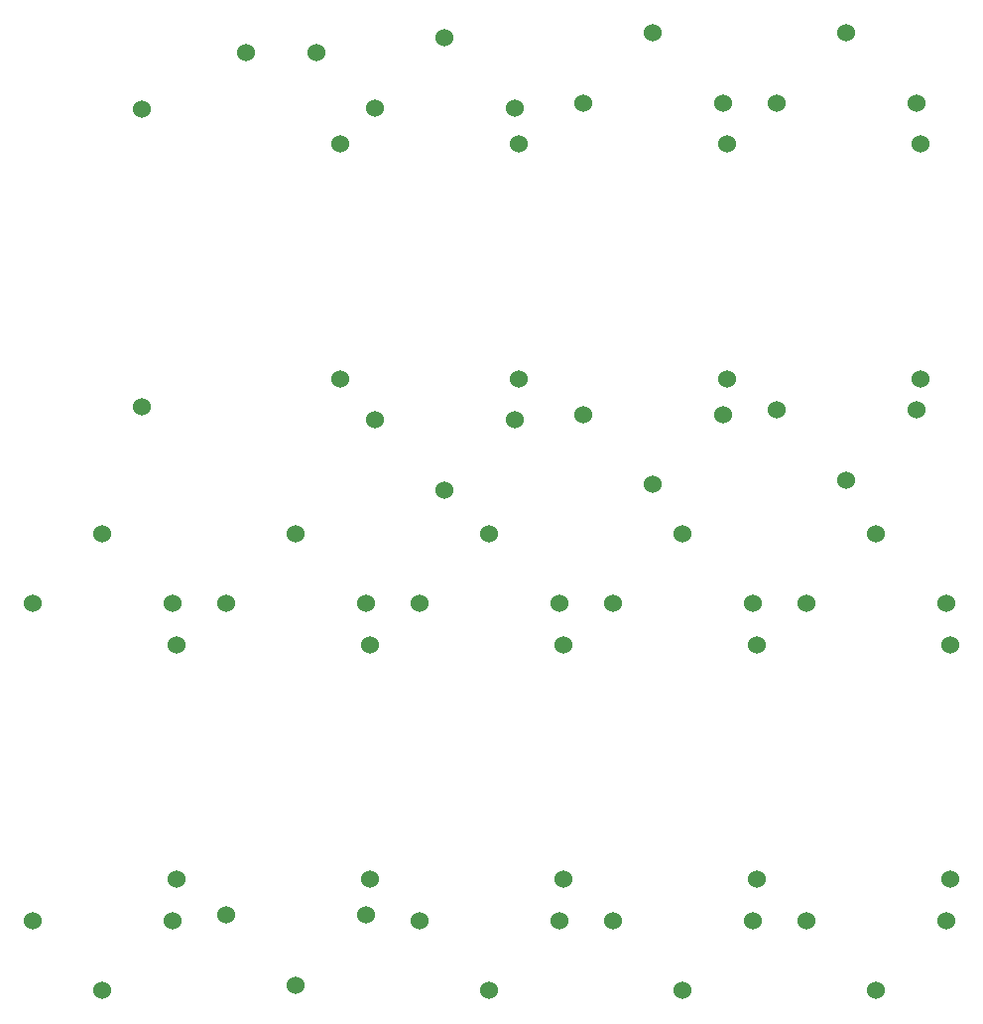
<source format=gbr>
%TF.GenerationSoftware,KiCad,Pcbnew,(6.0.7)*%
%TF.CreationDate,2022-09-04T22:45:54+08:00*%
%TF.ProjectId,6_6_2,365f365f-322e-46b6-9963-61645f706362,rev?*%
%TF.SameCoordinates,Original*%
%TF.FileFunction,Copper,L2,Bot*%
%TF.FilePolarity,Positive*%
%FSLAX46Y46*%
G04 Gerber Fmt 4.6, Leading zero omitted, Abs format (unit mm)*
G04 Created by KiCad (PCBNEW (6.0.7)) date 2022-09-04 22:45:54*
%MOMM*%
%LPD*%
G01*
G04 APERTURE LIST*
%TA.AperFunction,ComponentPad*%
%ADD10C,1.524000*%
%TD*%
G04 APERTURE END LIST*
D10*
%TO.P,U17,3,NO*%
%TO.N,Net-(U17-Pad3)*%
X82200000Y-95600000D03*
%TO.P,U17,2,NC*%
%TO.N,unconnected-(U17-Pad2)*%
X70200000Y-95600000D03*
%TO.P,U17,1,Com*%
%TO.N,Net-(A1-Pad2)*%
X76200000Y-101600000D03*
%TD*%
%TO.P,U16,3,NO*%
%TO.N,Net-(U16-Pad3)*%
X82200000Y-68580000D03*
%TO.P,U16,2,NC*%
%TO.N,unconnected-(U16-Pad2)*%
X70200000Y-68580000D03*
%TO.P,U16,1,Com*%
%TO.N,Net-(U6-Pad1)*%
X76200000Y-62580000D03*
%TD*%
%TO.P,U15,3,NO*%
%TO.N,Net-(U15-Pad3)*%
X98710000Y-95600000D03*
%TO.P,U15,2,NC*%
%TO.N,unconnected-(U15-Pad2)*%
X86710000Y-95600000D03*
%TO.P,U15,1,Com*%
%TO.N,Net-(A1-Pad2)*%
X92710000Y-101600000D03*
%TD*%
%TO.P,U14,3,NO*%
%TO.N,Net-(U14-Pad3)*%
X98710000Y-68580000D03*
%TO.P,U14,2,NC*%
%TO.N,unconnected-(U14-Pad2)*%
X86710000Y-68580000D03*
%TO.P,U14,1,Com*%
%TO.N,Net-(U6-Pad1)*%
X92710000Y-62580000D03*
%TD*%
%TO.P,U13,3,NO*%
%TO.N,Net-(U13-Pad3)*%
X49180000Y-95140000D03*
%TO.P,U13,2,NC*%
%TO.N,unconnected-(U13-Pad2)*%
X37180000Y-95140000D03*
%TO.P,U13,1,Com*%
%TO.N,Net-(A1-Pad2)*%
X43180000Y-101140000D03*
%TD*%
%TO.P,U12,3,NO*%
%TO.N,Net-(U12-Pad3)*%
X49180000Y-68580000D03*
%TO.P,U12,2,NC*%
%TO.N,unconnected-(U12-Pad2)*%
X37180000Y-68580000D03*
%TO.P,U12,1,Com*%
%TO.N,Net-(U6-Pad1)*%
X43180000Y-62580000D03*
%TD*%
%TO.P,U11,3,NO*%
%TO.N,Net-(R6-Pad2)*%
X65690000Y-95600000D03*
%TO.P,U11,2,NC*%
%TO.N,unconnected-(U11-Pad2)*%
X53690000Y-95600000D03*
%TO.P,U11,1,Com*%
%TO.N,Net-(A1-Pad2)*%
X59690000Y-101600000D03*
%TD*%
%TO.P,U10,3,NO*%
%TO.N,Net-(U10-Pad3)*%
X65690000Y-68580000D03*
%TO.P,U10,2,NC*%
%TO.N,unconnected-(U10-Pad2)*%
X53690000Y-68580000D03*
%TO.P,U10,1,Com*%
%TO.N,Net-(U6-Pad1)*%
X59690000Y-62580000D03*
%TD*%
%TO.P,U9,3,NO*%
%TO.N,Net-(U9-Pad3)*%
X32670000Y-95600000D03*
%TO.P,U9,2,NC*%
%TO.N,unconnected-(U9-Pad2)*%
X20670000Y-95600000D03*
%TO.P,U9,1,Com*%
%TO.N,Net-(A1-Pad2)*%
X26670000Y-101600000D03*
%TD*%
%TO.P,U8,3,NO*%
%TO.N,Net-(U8-Pad3)*%
X32670000Y-68580000D03*
%TO.P,U8,2,NC*%
%TO.N,unconnected-(U8-Pad2)*%
X20670000Y-68580000D03*
%TO.P,U8,1,Com*%
%TO.N,Net-(U6-Pad1)*%
X26670000Y-62580000D03*
%TD*%
%TO.P,U7,1,Com*%
%TO.N,Net-(A1-Pad2)*%
X90170000Y-58070000D03*
%TO.P,U7,2,NC*%
%TO.N,unconnected-(U7-Pad2)*%
X84170000Y-52070000D03*
%TO.P,U7,3,NO*%
%TO.N,Net-(U7-Pad3)*%
X96170000Y-52070000D03*
%TD*%
%TO.P,U6,1,Com*%
%TO.N,Net-(U6-Pad1)*%
X90170000Y-19860000D03*
%TO.P,U6,2,NC*%
%TO.N,unconnected-(U6-Pad2)*%
X84170000Y-25860000D03*
%TO.P,U6,3,NO*%
%TO.N,Net-(U6-Pad3)*%
X96170000Y-25860000D03*
%TD*%
%TO.P,U5,1,Com*%
%TO.N,Net-(A1-Pad2)*%
X73660000Y-58420000D03*
%TO.P,U5,2,NC*%
%TO.N,unconnected-(U5-Pad2)*%
X67660000Y-52420000D03*
%TO.P,U5,3,NO*%
%TO.N,Net-(R3-Pad2)*%
X79660000Y-52420000D03*
%TD*%
%TO.P,U4,1,Com*%
%TO.N,Net-(U6-Pad1)*%
X73660000Y-19860000D03*
%TO.P,U4,2,NC*%
%TO.N,unconnected-(U4-Pad2)*%
X67660000Y-25860000D03*
%TO.P,U4,3,NO*%
%TO.N,Net-(R3-Pad1)*%
X79660000Y-25860000D03*
%TD*%
%TO.P,U3,1,Com*%
%TO.N,Net-(A1-Pad2)*%
X55880000Y-58880000D03*
%TO.P,U3,2,NC*%
%TO.N,unconnected-(U3-Pad2)*%
X49880000Y-52880000D03*
%TO.P,U3,3,NO*%
%TO.N,Net-(U3-Pad3)*%
X61880000Y-52880000D03*
%TD*%
%TO.P,U2,1,Com*%
%TO.N,Net-(U6-Pad1)*%
X55880000Y-20320000D03*
%TO.P,U2,2,NC*%
%TO.N,unconnected-(U2-Pad2)*%
X49880000Y-26320000D03*
%TO.P,U2,3,NO*%
%TO.N,Net-(U2-Pad3)*%
X61880000Y-26320000D03*
%TD*%
%TO.P,U1,1,+*%
%TO.N,Net-(U1-Pad1)*%
X38910000Y-21590000D03*
%TO.P,U1,2,-*%
%TO.N,Net-(U6-Pad1)*%
X44910000Y-21590000D03*
%TD*%
%TO.P,R9,2*%
%TO.N,Net-(U17-Pad3)*%
X82550000Y-92090000D03*
%TO.P,R9,1*%
%TO.N,Net-(U16-Pad3)*%
X82550000Y-72090000D03*
%TD*%
%TO.P,R8,2*%
%TO.N,Net-(U15-Pad3)*%
X99060000Y-92090000D03*
%TO.P,R8,1*%
%TO.N,Net-(U14-Pad3)*%
X99060000Y-72090000D03*
%TD*%
%TO.P,R7,2*%
%TO.N,Net-(U13-Pad3)*%
X49530000Y-92090000D03*
%TO.P,R7,1*%
%TO.N,Net-(U12-Pad3)*%
X49530000Y-72090000D03*
%TD*%
%TO.P,R6,2*%
%TO.N,Net-(R6-Pad2)*%
X66040000Y-92090000D03*
%TO.P,R6,1*%
%TO.N,Net-(U10-Pad3)*%
X66040000Y-72090000D03*
%TD*%
%TO.P,R5,2*%
%TO.N,Net-(U9-Pad3)*%
X33020000Y-92090000D03*
%TO.P,R5,1*%
%TO.N,Net-(U8-Pad3)*%
X33020000Y-72090000D03*
%TD*%
%TO.P,R4,2*%
%TO.N,Net-(U7-Pad3)*%
X96520000Y-49370000D03*
%TO.P,R4,1*%
%TO.N,Net-(U6-Pad3)*%
X96520000Y-29370000D03*
%TD*%
%TO.P,R3,1*%
%TO.N,Net-(R3-Pad1)*%
X80010000Y-29370000D03*
%TO.P,R3,2*%
%TO.N,Net-(R3-Pad2)*%
X80010000Y-49370000D03*
%TD*%
%TO.P,R2,1*%
%TO.N,Net-(U2-Pad3)*%
X62230000Y-29370000D03*
%TO.P,R2,2*%
%TO.N,Net-(U3-Pad3)*%
X62230000Y-49370000D03*
%TD*%
%TO.P,R1,2*%
%TO.N,Net-(A1-Pad2)*%
X46990000Y-49370000D03*
%TO.P,R1,1*%
%TO.N,Net-(U1-Pad1)*%
X46990000Y-29370000D03*
%TD*%
%TO.P,A1,1,+*%
%TO.N,Net-(U1-Pad1)*%
X30048200Y-26416000D03*
%TO.P,A1,2,-*%
%TO.N,Net-(A1-Pad2)*%
X30048200Y-51816000D03*
%TD*%
M02*

</source>
